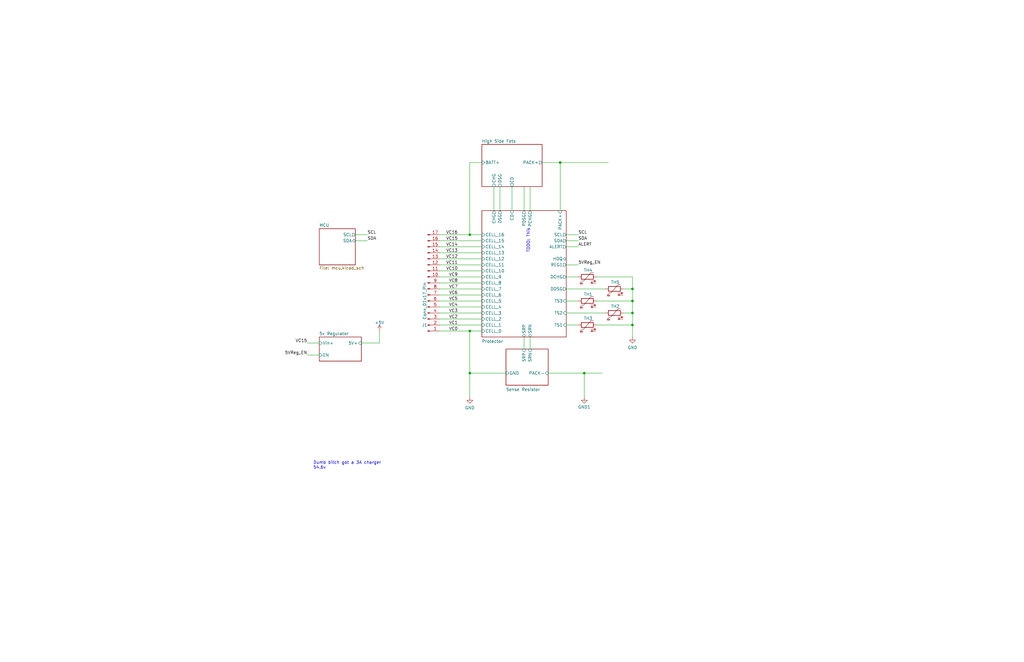
<source format=kicad_sch>
(kicad_sch (version 20230121) (generator eeschema)
  (paper "B")
  (title_block (title "BMS") (date "2022-10-30") (rev "Rev 0") (company "QTech BMS Dept"))
  (lib_symbols
    (symbol "Connector:Conn_01x17_Pin" (pin_names (offset 1.016) hide)
      (property "Reference" "J" (at 0 22.86 0))
      (property "Value" "Conn_01x17_Pin" (at 0 -22.86 0))
      (symbol "Conn_01x17_Pin_1_1"
        (polyline (pts (xy 1.27 -20.32) (xy 0.8636 -20.32)) (stroke (width 0.1524)))
        (polyline (pts (xy 1.27 -17.78) (xy 0.8636 -17.78)) (stroke (width 0.1524)))
        (polyline (pts (xy 1.27 -15.24) (xy 0.8636 -15.24)) (stroke (width 0.1524)))
        (polyline (pts (xy 1.27 -12.7) (xy 0.8636 -12.7)) (stroke (width 0.1524)))
        (polyline (pts (xy 1.27 -10.16) (xy 0.8636 -10.16)) (stroke (width 0.1524)))
        (polyline (pts (xy 1.27 -7.62) (xy 0.8636 -7.62)) (stroke (width 0.1524)))
        (polyline (pts (xy 1.27 -5.08) (xy 0.8636 -5.08)) (stroke (width 0.1524)))
        (polyline (pts (xy 1.27 -2.54) (xy 0.8636 -2.54)) (stroke (width 0.1524)))
        (polyline (pts (xy 1.27 0) (xy 0.8636 0)) (stroke (width 0.1524)))
        (polyline (pts (xy 1.27 2.54) (xy 0.8636 2.54)) (stroke (width 0.1524)))
        (polyline (pts (xy 1.27 5.08) (xy 0.8636 5.08)) (stroke (width 0.1524)))
        (polyline (pts (xy 1.27 7.62) (xy 0.8636 7.62)) (stroke (width 0.1524)))
        (polyline (pts (xy 1.27 10.16) (xy 0.8636 10.16)) (stroke (width 0.1524)))
        (polyline (pts (xy 1.27 12.7) (xy 0.8636 12.7)) (stroke (width 0.1524)))
        (polyline (pts (xy 1.27 15.24) (xy 0.8636 15.24)) (stroke (width 0.1524)))
        (polyline (pts (xy 1.27 17.78) (xy 0.8636 17.78)) (stroke (width 0.1524)))
        (polyline (pts (xy 1.27 20.32) (xy 0.8636 20.32)) (stroke (width 0.1524)))
        (rectangle (start 0.8636 -20.193) (end 0 -20.447) (stroke (width 0.1524)) (fill (type outline)))
        (rectangle (start 0.8636 -17.653) (end 0 -17.907) (stroke (width 0.1524)) (fill (type outline)))
        (rectangle (start 0.8636 -15.113) (end 0 -15.367) (stroke (width 0.1524)) (fill (type outline)))
        (rectangle (start 0.8636 -12.573) (end 0 -12.827) (stroke (width 0.1524)) (fill (type outline)))
        (rectangle (start 0.8636 -10.033) (end 0 -10.287) (stroke (width 0.1524)) (fill (type outline)))
        (rectangle (start 0.8636 -7.493) (end 0 -7.747) (stroke (width 0.1524)) (fill (type outline)))
        (rectangle (start 0.8636 -4.953) (end 0 -5.207) (stroke (width 0.1524)) (fill (type outline)))
        (rectangle (start 0.8636 -2.413) (end 0 -2.667) (stroke (width 0.1524)) (fill (type outline)))
        (rectangle (start 0.8636 0.127) (end 0 -0.127) (stroke (width 0.1524)) (fill (type outline)))
        (rectangle (start 0.8636 2.667) (end 0 2.413) (stroke (width 0.1524)) (fill (type outline)))
        (rectangle (start 0.8636 5.207) (end 0 4.953) (stroke (width 0.1524)) (fill (type outline)))
        (rectangle (start 0.8636 7.747) (end 0 7.493) (stroke (width 0.1524)) (fill (type outline)))
        (rectangle (start 0.8636 10.287) (end 0 10.033) (stroke (width 0.1524)) (fill (type outline)))
        (rectangle (start 0.8636 12.827) (end 0 12.573) (stroke (width 0.1524)) (fill (type outline)))
        (rectangle (start 0.8636 15.367) (end 0 15.113) (stroke (width 0.1524)) (fill (type outline)))
        (rectangle (start 0.8636 17.907) (end 0 17.653) (stroke (width 0.1524)) (fill (type outline)))
        (rectangle (start 0.8636 20.447) (end 0 20.193) (stroke (width 0.1524)) (fill (type outline)))
        (pin passive line (at 5.08 20.32 180) (length 3.81) (name "Pin_1") (number "1"))
        (pin passive line (at 5.08 -2.54 180) (length 3.81) (name "Pin_10") (number "10"))
        (pin passive line (at 5.08 -5.08 180) (length 3.81) (name "Pin_11") (number "11"))
        (pin passive line (at 5.08 -7.62 180) (length 3.81) (name "Pin_12") (number "12"))
        (pin passive line (at 5.08 -10.16 180) (length 3.81) (name "Pin_13") (number "13"))
        (pin passive line (at 5.08 -12.7 180) (length 3.81) (name "Pin_14") (number "14"))
        (pin passive line (at 5.08 -15.24 180) (length 3.81) (name "Pin_15") (number "15"))
        (pin passive line (at 5.08 -17.78 180) (length 3.81) (name "Pin_16") (number "16"))
        (pin passive line (at 5.08 -20.32 180) (length 3.81) (name "Pin_17") (number "17"))
        (pin passive line (at 5.08 17.78 180) (length 3.81) (name "Pin_2") (number "2"))
        (pin passive line (at 5.08 15.24 180) (length 3.81) (name "Pin_3") (number "3"))
        (pin passive line (at 5.08 12.7 180) (length 3.81) (name "Pin_4") (number "4"))
        (pin passive line (at 5.08 10.16 180) (length 3.81) (name "Pin_5") (number "5"))
        (pin passive line (at 5.08 7.62 180) (length 3.81) (name "Pin_6") (number "6"))
        (pin passive line (at 5.08 5.08 180) (length 3.81) (name "Pin_7") (number "7"))
        (pin passive line (at 5.08 2.54 180) (length 3.81) (name "Pin_8") (number "8"))
        (pin passive line (at 5.08 0 180) (length 3.81) (name "Pin_9") (number "9"))
      )
    )
    (symbol "Device:Thermistor_NTC" (pin_numbers hide) (pin_names (offset 0))
      (property "Reference" "TH" (at -4.445 0 90))
      (property "Value" "Thermistor_NTC" (at 3.175 0 90))
      (symbol "Thermistor_NTC_0_1"
        (arc (start -3.048 2.159) (mid -3.0495 2.3143) (end -3.175 2.413))
        (arc (start -3.048 2.159) (mid -2.9736 1.9794) (end -2.794 1.905))
        (arc (start -3.048 2.794) (mid -2.9736 2.6144) (end -2.794 2.54))
        (arc (start -2.794 1.905) (mid -2.6144 1.9794) (end -2.54 2.159))
        (arc (start -2.794 2.54) (mid -2.4393 2.5587) (end -2.159 2.794))
        (arc (start -2.794 3.048) (mid -2.9736 2.9736) (end -3.048 2.794))
        (arc (start -2.54 2.794) (mid -2.6144 2.9736) (end -2.794 3.048))
        (rectangle (start -1.016 2.54) (end 1.016 -2.54) (stroke (width 0.254)))
        (polyline (pts (xy -2.54 2.159) (xy -2.54 2.794)))
        (polyline (pts (xy -1.778 2.54) (xy -1.778 1.524) (xy 1.778 -1.524) (xy 1.778 -2.54)))
        (polyline (pts (xy -2.54 -3.683) (xy -2.54 -1.397) (xy -2.794 -2.159) (xy -2.286 -2.159) (xy -2.54 -1.397) (xy -2.54 -1.651)) (fill (type outline)))
        (polyline (pts (xy -1.778 -1.397) (xy -1.778 -3.683) (xy -2.032 -2.921) (xy -1.524 -2.921) (xy -1.778 -3.683) (xy -1.778 -3.429)) (fill (type outline)))
      )
      (symbol "Thermistor_NTC_1_1"
        (pin passive line (at 0 3.81 270) (length 1.27) (name "~") (number "1"))
        (pin passive line (at 0 -3.81 90) (length 1.27) (name "~") (number "2"))
      )
    )
    (symbol "power:+5V" (power) (pin_names (offset 0))
      (property "Value" "+5V" (at 0 3.556 0))
      (symbol "+5V_0_1"
        (polyline (pts (xy -0.762 1.27) (xy 0 2.54)))
        (polyline (pts (xy 0 0) (xy 0 2.54)))
        (polyline (pts (xy 0 2.54) (xy 0.762 1.27)))
      )
      (symbol "+5V_1_1"
        (pin power_in line (at 0 0 90) (length 0) hide (name "+5V") (number "1"))
      )
    )
    (symbol "power:GND" (power) (pin_names (offset 0))
      (property "Value" "GND" (at 0 -3.81 0))
      (symbol "GND_0_1"
        (polyline (pts (xy 0 0) (xy 0 -1.27) (xy 1.27 -1.27) (xy 0 -2.54) (xy -1.27 -1.27) (xy 0 -1.27)))
      )
      (symbol "GND_1_1"
        (pin power_in line (at 0 0 270) (length 0) hide (name "GND") (number "1"))
      )
    )
    (symbol "power:GND1" (power) (pin_names (offset 0))
      (property "Value" "GND1" (at 0 -3.81 0))
      (symbol "GND1_0_1"
        (polyline (pts (xy 0 0) (xy 0 -1.27) (xy 1.27 -1.27) (xy 0 -2.54) (xy -1.27 -1.27) (xy 0 -1.27)))
      )
      (symbol "GND1_1_1"
        (pin power_in line (at 0 0 270) (length 0) hide (name "GND1") (number "1"))
      )
    )
  )
  (junction (at 266.7 127))
  (junction (at 236.22 68.58))
  (junction (at 198.12 139.7))
  (junction (at 266.7 132.08))
  (junction (at 266.7 137.16))
  (junction (at 198.12 157.48))
  (junction (at 198.12 99.06))
  (junction (at 266.7 121.92))
  (junction (at 246.38 157.48))
  (wire (pts (xy 198.12 139.7) (xy 203.2 139.7)))
  (wire (pts (xy 210.82 78.74) (xy 210.82 88.9)))
  (wire (pts (xy 134.62 149.86) (xy 129.54 149.86)))
  (wire (pts (xy 266.7 127) (xy 266.7 132.08)))
  (wire (pts (xy 220.98 78.74) (xy 220.98 88.9)))
  (wire (pts (xy 223.52 142.24) (xy 223.52 147.32)))
  (wire (pts (xy 185.42 137.16) (xy 203.2 137.16)))
  (wire (pts (xy 251.46 127) (xy 266.7 127)))
  (wire (pts (xy 185.42 129.54) (xy 203.2 129.54)))
  (wire (pts (xy 246.38 157.48) (xy 254 157.48)))
  (wire (pts (xy 185.42 134.62) (xy 203.2 134.62)))
  (wire (pts (xy 185.42 111.76) (xy 203.2 111.76)))
  (wire (pts (xy 160.02 139.7) (xy 160.02 144.78)))
  (wire (pts (xy 129.54 144.78) (xy 134.62 144.78)))
  (wire (pts (xy 246.38 157.48) (xy 246.38 167.64)))
  (wire (pts (xy 238.76 137.16) (xy 243.84 137.16)))
  (wire (pts (xy 185.42 124.46) (xy 203.2 124.46)))
  (wire (pts (xy 236.22 68.58) (xy 256.54 68.58)))
  (wire (pts (xy 266.7 116.84) (xy 266.7 121.92)))
  (wire (pts (xy 149.86 99.06) (xy 154.94 99.06)))
  (wire (pts (xy 185.42 101.6) (xy 203.2 101.6)))
  (wire (pts (xy 198.12 68.58) (xy 203.2 68.58)))
  (wire (pts (xy 231.14 157.48) (xy 246.38 157.48)))
  (wire (pts (xy 185.42 116.84) (xy 203.2 116.84)))
  (wire (pts (xy 266.7 132.08) (xy 266.7 137.16)))
  (wire (pts (xy 185.42 99.06) (xy 198.12 99.06)))
  (wire (pts (xy 238.76 104.14) (xy 243.84 104.14)))
  (wire (pts (xy 238.76 116.84) (xy 243.84 116.84)))
  (wire (pts (xy 198.12 99.06) (xy 198.12 68.58)))
  (wire (pts (xy 262.89 132.08) (xy 266.7 132.08)))
  (wire (pts (xy 220.98 142.24) (xy 220.98 147.32)))
  (wire (pts (xy 185.42 109.22) (xy 203.2 109.22)))
  (wire (pts (xy 198.12 139.7) (xy 198.12 157.48)))
  (wire (pts (xy 223.52 78.74) (xy 223.52 88.9)))
  (wire (pts (xy 185.42 127) (xy 203.2 127)))
  (wire (pts (xy 185.42 121.92) (xy 203.2 121.92)))
  (wire (pts (xy 185.42 139.7) (xy 198.12 139.7)))
  (wire (pts (xy 266.7 142.24) (xy 266.7 137.16)))
  (wire (pts (xy 228.6 68.58) (xy 236.22 68.58)))
  (wire (pts (xy 238.76 99.06) (xy 243.84 99.06)))
  (wire (pts (xy 251.46 137.16) (xy 266.7 137.16)))
  (wire (pts (xy 238.76 111.76) (xy 243.84 111.76)))
  (wire (pts (xy 185.42 104.14) (xy 203.2 104.14)))
  (wire (pts (xy 198.12 157.48) (xy 213.36 157.48)))
  (wire (pts (xy 198.12 157.48) (xy 198.12 167.64)))
  (wire (pts (xy 149.86 101.6) (xy 154.94 101.6)))
  (wire (pts (xy 185.42 114.3) (xy 203.2 114.3)))
  (wire (pts (xy 238.76 121.92) (xy 255.27 121.92)))
  (wire (pts (xy 238.76 101.6) (xy 243.84 101.6)))
  (wire (pts (xy 152.4 144.78) (xy 160.02 144.78)))
  (wire (pts (xy 198.12 99.06) (xy 203.2 99.06)))
  (wire (pts (xy 238.76 127) (xy 243.84 127)))
  (wire (pts (xy 185.42 119.38) (xy 203.2 119.38)))
  (wire (pts (xy 185.42 132.08) (xy 203.2 132.08)))
  (wire (pts (xy 262.89 121.92) (xy 266.7 121.92)))
  (wire (pts (xy 251.46 116.84) (xy 266.7 116.84)))
  (wire (pts (xy 208.28 78.74) (xy 208.28 88.9)))
  (wire (pts (xy 266.7 121.92) (xy 266.7 127)))
  (wire (pts (xy 215.9 78.74) (xy 215.9 88.9)))
  (wire (pts (xy 238.76 132.08) (xy 255.27 132.08)))
  (wire (pts (xy 236.22 68.58) (xy 236.22 88.9)))
  (wire (pts (xy 185.42 106.68) (xy 203.2 106.68)))
  (text "Dumb bitch got a 3A charger\n54.6v" (at 132.08 198.12 0) (effects (font (size 1.27 1.27)) (justify left bottom)))
  (text "TODO: This" (at 223.52 106.68 90) (effects (font (size 1.27 1.27)) (justify left bottom)))
  (label "SCL" (at 154.94 99.06 0))
  (label "VC7" (at 193.04 121.92 180))
  (label "VC14" (at 193.04 104.14 180))
  (label "VC13" (at 193.04 106.68 180))
  (label "VC16" (at 193.04 99.06 180))
  (label "VC5" (at 193.04 127 180))
  (label "VC6" (at 193.04 124.46 180))
  (label "5VReg_EN" (at 243.84 111.76 0))
  (label "VC15" (at 129.54 144.78 180))
  (label "VC9" (at 193.04 116.84 180))
  (label "VC0" (at 193.04 139.7 180))
  (label "SDA" (at 243.84 101.6 0))
  (label "VC2" (at 193.04 134.62 180))
  (label "5VReg_EN" (at 129.54 149.86 180))
  (label "ALERT" (at 243.84 104.14 0))
  (label "VC1" (at 193.04 137.16 180))
  (label "VC10" (at 193.04 114.3 180))
  (label "VC8" (at 193.04 119.38 180))
  (label "SCL" (at 243.84 99.06 0))
  (label "VC12" (at 193.04 109.22 180))
  (label "SDA" (at 154.94 101.6 0))
  (label "VC4" (at 193.04 129.54 180))
  (label "VC11" (at 193.04 111.76 180))
  (label "VC3" (at 193.04 132.08 180))
  (label "VC15" (at 193.04 101.6 180))
  (symbol (lib_id "power:GND") (at 266.7 142.24 0) (unit 1)
    (property "Reference" "#PWR011" (effects hide))
    (property "Value" "GND" (at 266.7 146.6834 0))
  )
  (symbol (lib_id "power:+5V") (at 160.02 139.7 0) (unit 1)
    (property "Reference" "#PWR01" (effects hide))
    (property "Value" "+5V" (at 160.02 136.1242 0))
  )
  (symbol (lib_id "power:GND") (at 198.12 167.64 0) (unit 1)
    (property "Reference" "#PWR02" (effects hide))
    (property "Value" "GND" (at 198.12 172.0834 0))
  )
  (symbol (lib_id "Connector:Conn_01x17_Pin") (at 180.34 119.38 0) (mirror x) (unit 1)
    (property "Reference" "J1" (at 179.07 137.16 0))
    (property "Value" "Conn_01x17_Pin" (at 179.07 127 90))
    (property "Footprint" "Connector_PinHeader_2.00mm:PinHeader_1x17_P2.00mm_Horizontal" (effects hide))
  )
  (symbol (lib_id "power:GND1") (at 246.38 167.64 0) (unit 1)
    (property "Reference" "#PWR010" (effects hide))
    (property "Value" "GND1" (at 246.38 171.7755 0))
  )
  (symbol (lib_id "Device:Thermistor_NTC") (at 259.08 132.08 90) (unit 1)
    (property "Reference" "TH2" (at 259.3975 129.2662 90))
    (property "Value" "Thermistor_NTC" (effects hide))
    (property "Footprint" "Connector_JST:JST_PH_B2B-PH-K_1x02_P2.00mm_Vertical" (effects hide))
  )
  (symbol (lib_id "Device:Thermistor_NTC") (at 259.08 121.92 90) (unit 1)
    (property "Reference" "TH5" (at 259.3975 119.1062 90))
    (property "Value" "Thermistor_NTC" (effects hide))
    (property "Footprint" "Connector_JST:JST_PH_B2B-PH-K_1x02_P2.00mm_Vertical" (effects hide))
  )
  (symbol (lib_id "Device:Thermistor_NTC") (at 247.65 116.84 90) (unit 1)
    (property "Reference" "TH4" (at 247.9675 114.0262 90))
    (property "Value" "Thermistor_NTC" (effects hide))
    (property "Footprint" "Connector_JST:JST_PH_B2B-PH-K_1x02_P2.00mm_Vertical" (effects hide))
  )
  (symbol (lib_id "Device:Thermistor_NTC") (at 247.65 137.16 90) (unit 1)
    (property "Reference" "TH3" (at 247.9675 134.3462 90))
    (property "Value" "Thermistor_NTC" (effects hide))
    (property "Footprint" "Connector_JST:JST_PH_B2B-PH-K_1x02_P2.00mm_Vertical" (effects hide))
  )
  (symbol (lib_id "Device:Thermistor_NTC") (at 247.65 127 90) (unit 1)
    (property "Reference" "TH1" (at 247.9675 124.1862 90))
    (property "Value" "Thermistor_NTC" (effects hide))
    (property "Footprint" "Connector_JST:JST_PH_B2B-PH-K_1x02_P2.00mm_Vertical" (effects hide))
  )
  (sheet (at 134.62 96.52) (size 15.24 15.24) (stroke (width 0.1524))
    (property "Sheetname" "MCU" (at 134.62 95.8084 0) (effects (justify left bottom)))
    (property "Sheetfile" "mcu.kicad_sch" (at 134.62 112.3446 0) (effects (justify left top)))
    (pin "SCL" output (at 149.86 99.06 0))
    (pin "SDA" bidirectional (at 149.86 101.6 0))
  )
  (sheet (at 203.2 60.96) (size 25.4 17.78) (stroke (width 0.1524))
    (property "Sheetname" "High Side Fets" (at 203.2 60.325 0) (effects (justify left bottom)))
    (property "Sheetfile" "high_side.kicad_sch" (effects hide))
    (pin "CHG" input (at 208.28 78.74 270))
    (pin "DSG" input (at 210.82 78.74 270))
    (pin "PACK+" output (at 228.6 68.58 0))
    (pin "BATT+" input (at 203.2 68.58 180))
    (pin "CD" output (at 215.9 78.74 270))
  )
  (sheet (at 134.62 142.24) (size 17.78 10.16) (stroke (width 0.1524))
    (property "Sheetname" "5v Regulator" (at 134.62 141.5284 0) (effects (justify left bottom)))
    (property "Sheetfile" "mcu_power.kicad_sch" (effects hide))
    (pin "5V+" input (at 152.4 144.78 0))
    (pin "Vin+" input (at 134.62 144.78 180))
    (pin "EN" input (at 134.62 149.86 180))
  )
  (sheet (at 213.36 147.32) (size 17.78 15.24) (stroke (width 0.1524))
    (property "Sheetname" "Sense Resistor" (at 213.36 165.1 0) (effects (justify left bottom)))
    (property "Sheetfile" "sense_resistor.kicad_sch" (effects hide))
    (pin "GND" input (at 213.36 157.48 180))
    (pin "PACK-" input (at 231.14 157.48 0))
    (pin "SRP" input (at 220.98 147.32 90))
    (pin "SRN" input (at 223.52 147.32 90))
  )
  (sheet (at 203.2 88.9) (size 35.56 53.34) (stroke (width 0.1524))
    (property "Sheetname" "Protector" (at 203.2 144.78 0) (effects (justify left bottom)))
    (property "Sheetfile" "protector.kicad_sch" (effects hide))
    (pin "CHG" output (at 208.28 88.9 90))
    (pin "DSG" output (at 210.82 88.9 90))
    (pin "CELL_0" input (at 203.2 139.7 180))
    (pin "CELL_1" input (at 203.2 137.16 180))
    (pin "CELL_2" input (at 203.2 134.62 180))
    (pin "CELL_3" input (at 203.2 132.08 180))
    (pin "CELL_4" input (at 203.2 129.54 180))
    (pin "CELL_5" input (at 203.2 127 180))
    (pin "SRP" bidirectional (at 220.98 142.24 270))
    (pin "SRN" bidirectional (at 223.52 142.24 270))
    (pin "CELL_6" input (at 203.2 124.46 180))
    (pin "CELL_7" input (at 203.2 121.92 180))
    (pin "TS2" input (at 238.76 132.08 0))
    (pin "TS3" input (at 238.76 127 0))
    (pin "SDA" output (at 238.76 101.6 0))
    (pin "ALERT" output (at 238.76 104.14 0))
    (pin "TS1" input (at 238.76 137.16 0))
    (pin "SCL" output (at 238.76 99.06 0))
    (pin "CELL_15" input (at 203.2 101.6 180))
    (pin "CELL_14" input (at 203.2 104.14 180))
    (pin "CELL_12" input (at 203.2 109.22 180))
    (pin "CELL_13" input (at 203.2 106.68 180))
    (pin "CELL_10" input (at 203.2 114.3 180))
    (pin "CELL_9" input (at 203.2 116.84 180))
    (pin "CELL_8" input (at 203.2 119.38 180))
    (pin "CELL_11" input (at 203.2 111.76 180))
    (pin "HDQ" bidirectional (at 238.76 109.22 0))
    (pin "PACK+" input (at 236.22 88.9 90))
    (pin "PDSG" output (at 220.98 88.9 90))
    (pin "PCHG" output (at 223.52 88.9 90))
    (pin "CELL_16" input (at 203.2 99.06 180))
    (pin "CD" input (at 215.9 88.9 90))
    (pin "DDSG" output (at 238.76 121.92 0))
    (pin "DCHG" output (at 238.76 116.84 0))
    (pin "REG1" output (at 238.76 111.76 0))
  )
)
</source>
